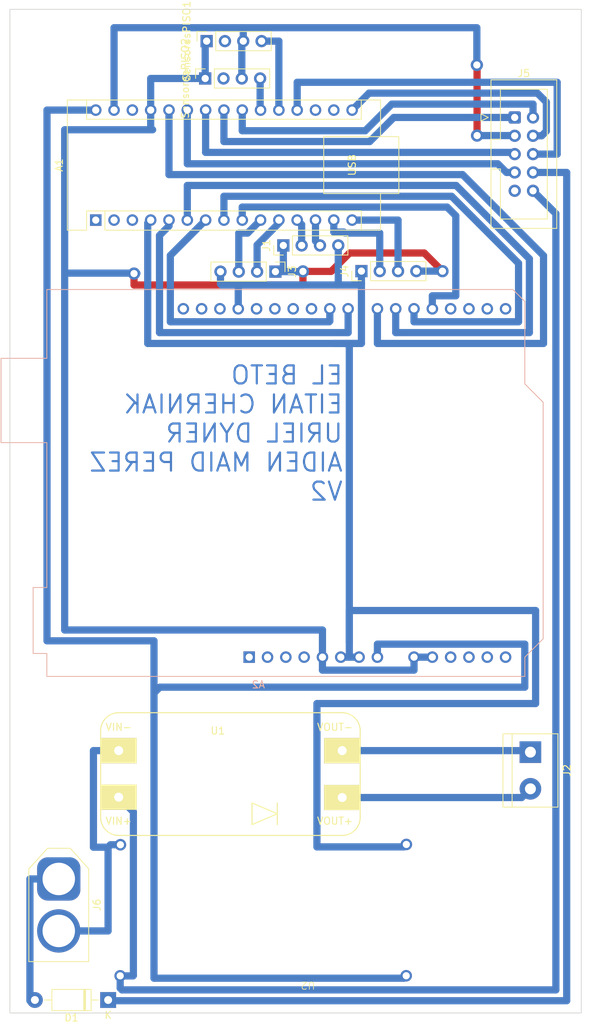
<source format=kicad_pcb>
(kicad_pcb (version 20240108) (generator "pcbnew") (generator_version "8.0")
  (layers (0 "F.Cu" signal) (31 "B.Cu" signal) (34 "B.Paste" user) (35 "F.Paste" user) (36 "B.SilkS" user "B.Silkscreen") (37 "F.SilkS" user "F.Silkscreen") (38 "B.Mask" user) (39 "F.Mask" user) (44 "Edge.Cuts" user))
  (net 0 "")
  (net 1 "AIN2 MONSTER SHIELD")
  (net 3 "ECHO 1")
  (net 4 "SENSOR DE PISO 1")
  (net 6 "ECHO 3")
  (net 10 "ECHO 2")
  (net 11 "GND")
  (net 12 "TRIG 2")
  (net 13 "VIN")
  (net 14 "AIN1 MONSTER SHIELD")
  (net 15 "SENSOR DE PISO 2")
  (net 16 "TRIG 3")
  (net 17 "BIN 2 MONSTER SHIELD")
  (net 18 "TRIG 1")
  (net 19 "BIN 1 MONSTER SHIELD")
  (net 20 "+5V")
  (net 21 "PWM A MONSTER SHIELD")
  (net 22 "PWM B MONSTER SHIELD")
  (net 23 "Earth")
  (net 24 "LED3")
  (net 28 "LED1")
  (net 35 "BTN2")
  (net 36 "LED2")
  (net 39 "BTN1")
  (net 44 "LED4")
  (net 47 "Net-(D1-A)")
  (net 54 "SALIDA V BOTONES")
  (net 55 "Entroda V Botones")
  (net 56 "Net-(J2-Pin_1)")
  (net 57 "Net-(J2-Pin_2)")
  (footprint "Connector_PinHeader_2.54mm:PinHeader_1x04_P2.54mm_Vertical" (layer "F.Cu") (at 162.57 56.55 90)
    (property "Reference" "J4" (at 0 -2.33 -90) (layer "F.SilkS"))
    (property "Value" "Ultrasonico 3")
    (fp_line (start -1.33 -1.33) (end 0 -1.33) (stroke (width 0.12)) (layer "F.SilkS"))
    (fp_line (start -1.33 0) (end -1.33 -1.33) (stroke (width 0.12)) (layer "F.SilkS"))
    (fp_line (start 1.33 1.27) (end 1.33 8.95) (stroke (width 0.12)) (layer "F.SilkS"))
    (fp_line (start -1.33 1.27) (end 1.33 1.27) (stroke (width 0.12)) (layer "F.SilkS"))
    (fp_line (start -1.33 1.27) (end -1.33 8.95) (stroke (width 0.12)) (layer "F.SilkS"))
    (fp_line (start -1.33 8.95) (end 1.33 8.95) (stroke (width 0.12)) (layer "F.SilkS"))
    (pad "1" thru_hole rect (at 0 0 90) (size 1.7 1.7) (drill 1) (layers "*.Cu" "*.Mask") (net 11 "GND"))
    (pad "2" thru_hole oval (at 0 2.54 90) (size 1.7 1.7) (drill 1) (layers "*.Cu" "*.Mask") (net 6 "ECHO 3"))
    (pad "3" thru_hole oval (at 0 5.08 90) (size 1.7 1.7) (drill 1) (layers "*.Cu" "*.Mask") (net 16 "TRIG 3"))
    (pad "4" thru_hole oval (at 0 7.62 90) (size 1.7 1.7) (drill 1) (layers "*.Cu" "*.Mask") (net 20 "+5V"))
  )
  (footprint "Connector_AMASS:AMASS_XT60-M_1x02_P7.20mm_Vertical" (layer "F.Cu") (at 120.59 140.76 -90)
    (property "Reference" "J6" (at 3.6 -5.3 90) (layer "F.SilkS"))
    (property "Value" "Screw_Terminal_01x02")
    (fp_line (start -1.4 4.15) (end 11.45 4.15) (stroke (width 0.12)) (layer "F.SilkS"))
    (fp_line (start 11.45 4.15) (end 11.45 -4.15) (stroke (width 0.12)) (layer "F.SilkS"))
    (fp_line (start -4.25 1.55) (end -1.4 4.15) (stroke (width 0.12)) (layer "F.SilkS"))
    (fp_line (start -4.25 -1.6) (end -4.25 1.55) (stroke (width 0.12)) (layer "F.SilkS"))
    (fp_line (start -1.4 -4.15) (end -4.25 -1.6) (stroke (width 0.12)) (layer "F.SilkS"))
    (fp_line (start 11.45 -4.15) (end -1.4 -4.15) (stroke (width 0.12)) (layer "F.SilkS"))
    (pad "1" thru_hole roundrect (at 0 0 270) (size 6 6) (drill 4.5) (layers "*.Cu" "*.Mask") (net 47 "Net-(D1-A)"))
    (pad "2" thru_hole circle (at 7.2 0 270) (size 6 6) (drill 4.5) (layers "*.Cu" "*.Mask") (net 23 "Earth"))
  )
  (footprint "" (layer "F.Cu") (at 154.46 56.59)
    (property "Reference" "" (at 0 0 0) (layer "F.SilkS") (effects (font (size 1.27 1.27))))
    (property "Value" "")
    (pad "2" thru_hole oval (at 0 0 270) (size 1.7 1.7) (drill 1) (layers "*.Cu" "*.Mask") (net 20 "+5V"))
  )
  (footprint "" (layer "F.Cu") (at 178.58 27.99)
    (property "Reference" "" (at 0 0 0) (layer "F.SilkS") (effects (font (size 1.27 1.27))))
    (property "Value" "")
    (pad "2" thru_hole oval (at 0 0 270) (size 1.7 1.7) (drill 1) (layers "*.Cu" "*.Mask") (net 11 "GND"))
  )
  (footprint "Diode_THT:D_DO-41_SOD81_P10.16mm_Horizontal" (layer "F.Cu") (at 127.44 157.53 180)
    (property "Reference" "D1" (at 5.08 -2.47 180) (layer "F.SilkS"))
    (property "Value" "1N4007")
    (fp_line (start 8.82 0) (end 7.8 0) (stroke (width 0.12)) (layer "F.SilkS"))
    (fp_line (start 7.8 1.47) (end 7.8 -1.47) (stroke (width 0.12)) (layer "F.SilkS"))
    (fp_line (start 7.8 -1.47) (end 2.36 -1.47) (stroke (width 0.12)) (layer "F.SilkS"))
    (fp_line (start 3.38 -1.47) (end 3.38 1.47) (stroke (width 0.12)) (layer "F.SilkS"))
    (fp_line (start 3.26 -1.47) (end 3.26 1.47) (stroke (width 0.12)) (layer "F.SilkS"))
    (fp_line (start 3.14 -1.47) (end 3.14 1.47) (stroke (width 0.12)) (layer "F.SilkS"))
    (fp_line (start 2.36 1.47) (end 7.8 1.47) (stroke (width 0.12)) (layer "F.SilkS"))
    (fp_line (start 2.36 -1.47) (end 2.36 1.47) (stroke (width 0.12)) (layer "F.SilkS"))
    (fp_line (start 1.34 0) (end 2.36 0) (stroke (width 0.12)) (layer "F.SilkS"))
    (fp_text user "K" (at 0 -2.1 180) (layer "F.SilkS"))
    (pad "1" thru_hole rect (at 0 0 180) (size 2.2 2.2) (drill 1.1) (layers "*.Cu" "*.Mask") (net 54 "SALIDA V BOTONES"))
    (pad "2" thru_hole oval (at 10.16 0 180) (size 2.2 2.2) (drill 1.1) (layers "*.Cu" "*.Mask") (net 47 "Net-(D1-A)"))
  )
  (footprint "Connector_IDC:IDC-Header_2x05_P2.54mm_Vertical" (layer "F.Cu") (at 183.83 35.26)
    (property "Reference" "J5" (at 1.27 -6.1 0) (layer "F.SilkS"))
    (property "Value" "Conn_02x05_Counter_Clockwise")
    (fp_line (start -4.68 -0.5) (end -4.68 0.5) (stroke (width 0.12)) (layer "F.SilkS"))
    (fp_line (start -4.68 0.5) (end -3.68 0) (stroke (width 0.12)) (layer "F.SilkS"))
    (fp_line (start -3.68 0) (end -4.68 -0.5) (stroke (width 0.12)) (layer "F.SilkS"))
    (fp_line (start -3.29 -5.21) (end 5.83 -5.21) (stroke (width 0.12)) (layer "F.SilkS"))
    (fp_line (start -3.29 3.03) (end -1.98 3.03) (stroke (width 0.12)) (layer "F.SilkS"))
    (fp_line (start -3.29 15.37) (end -3.29 -5.21) (stroke (width 0.12)) (layer "F.SilkS"))
    (fp_line (start -1.98 -3.91) (end 4.52 -3.91) (stroke (width 0.12)) (layer "F.SilkS"))
    (fp_line (start -1.98 3.03) (end -1.98 -3.91) (stroke (width 0.12)) (layer "F.SilkS"))
    (fp_line (start -1.98 7.13) (end -3.29 7.13) (stroke (width 0.12)) (layer "F.SilkS"))
    (fp_line (start -1.98 7.13) (end -1.98 7.13) (stroke (width 0.12)) (layer "F.SilkS"))
    (fp_line (start -1.98 14.07) (end -1.98 7.13) (stroke (width 0.12)) (layer "F.SilkS"))
    (fp_line (start 4.52 -3.91) (end 4.52 14.07) (stroke (width 0.12)) (layer "F.SilkS"))
    (fp_line (start 4.52 14.07) (end -1.98 14.07) (stroke (width 0.12)) (layer "F.SilkS"))
    (fp_line (start 5.83 -5.21) (end 5.83 15.37) (stroke (width 0.12)) (layer "F.SilkS"))
    (fp_line (start 5.83 15.37) (end -3.29 15.37) (stroke (width 0.12)) (layer "F.SilkS"))
    (pad "1" thru_hole roundrect (at 0 0) (size 1.7 1.7) (drill 1) (layers "*.Cu" "*.Mask") (roundrect_rratio 0.147059) (net 28 "LED1"))
    (pad "2" thru_hole circle (at 2.54 0) (size 1.7 1.7) (drill 1) (layers "*.Cu" "*.Mask") (net 36 "LED2"))
    (pad "3" thru_hole circle (at 0 2.54) (size 1.7 1.7) (drill 1) (layers "*.Cu" "*.Mask") (net 11 "GND"))
    (pad "4" thru_hole circle (at 2.54 2.54) (size 1.7 1.7) (drill 1) (layers "*.Cu" "*.Mask") (net 24 "LED3"))
    (pad "5" thru_hole circle (at 0 5.08) (size 1.7 1.7) (drill 1) (layers "*.Cu" "*.Mask") (net 35 "BTN2"))
    (pad "6" thru_hole circle (at 2.54 5.08) (size 1.7 1.7) (drill 1) (layers "*.Cu" "*.Mask") (net 44 "LED4"))
    (pad "7" thru_hole circle (at 0 7.62) (size 1.7 1.7) (drill 1) (layers "*.Cu" "*.Mask") (net 39 "BTN1"))
    (pad "8" thru_hole circle (at 2.54 7.62) (size 1.7 1.7) (drill 1) (layers "*.Cu" "*.Mask") (net 54 "SALIDA V BOTONES"))
    (pad "9" thru_hole circle (at 0 10.16) (size 1.7 1.7) (drill 1) (layers "*.Cu" "*.Mask"))
    (pad "10" thru_hole circle (at 2.54 10.16) (size 1.7 1.7) (drill 1) (layers "*.Cu" "*.Mask") (net 55 "Entroda V Botones"))
  )
  (footprint "" (layer "F.Cu") (at 178.61 37.77 90)
    (property "Reference" "" (at 0 0 90) (layer "F.SilkS") (effects (font (size 1.27 1.27))))
    (property "Value" "")
    (pad "2" thru_hole oval (at 0 0) (size 1.7 1.7) (drill 1) (layers "*.Cu" "*.Mask") (net 11 "GND"))
  )
  (footprint "Connector_PinSocket_2.54mm:PinSocket_1x04_P2.54mm_Vertical" (layer "F.Cu") (at 141.1 24.685 90)
    (property "Reference" "SensoresPISO1" (at 0 -2.77 -90) (layer "F.SilkS"))
    (property "Value" "Conn_01x04")
    (fp_line (start 1.33 -1.33) (end 1.33 0) (stroke (width 0.12)) (layer "F.SilkS"))
    (fp_line (start 0 -1.33) (end 1.33 -1.33) (stroke (width 0.12)) (layer "F.SilkS"))
    (fp_line (start 1.33 1.27) (end 1.33 8.95) (stroke (width 0.12)) (layer "F.SilkS"))
    (fp_line (start -1.33 1.27) (end 1.33 1.27) (stroke (width 0.12)) (layer "F.SilkS"))
    (fp_line (start -1.33 1.27) (end -1.33 8.95) (stroke (width 0.12)) (layer "F.SilkS"))
    (fp_line (start -1.33 8.95) (end 1.33 8.95) (stroke (width 0.12)) (layer "F.SilkS"))
    (pad "1" thru_hole rect (at 0 0 90) (size 1.7 1.7) (drill 1) (layers "*.Cu" "*.Mask") (net 20 "+5V"))
    (pad "2" thru_hole oval (at 0 2.54 90) (size 1.7 1.7) (drill 1) (layers "*.Cu" "*.Mask"))
    (pad "3" thru_hole oval (at 0 5.08 90) (size 1.7 1.7) (drill 1) (layers "*.Cu" "*.Mask") (net 11 "GND"))
    (pad "4" thru_hole oval (at 0 7.62 90) (size 1.7 1.7) (drill 1) (layers "*.Cu" "*.Mask") (net 4 "SENSOR DE PISO 1"))
  )
  (footprint "" (layer "F.Cu") (at 131.03 56.89)
    (property "Reference" "" (at 0 0 0) (layer "F.SilkS") (effects (font (size 1.27 1.27))))
    (property "Value" "")
    (pad "2" thru_hole oval (at 0 0 270) (size 1.7 1.7) (drill 1) (layers "*.Cu" "*.Mask") (net 20 "+5V"))
  )
  (footprint "Module:Arduino_Nano" (layer "F.Cu") (at 125.72 49.48 90)
    (property "Reference" "A1" (at 7.62 -5.08 -90) (layer "F.SilkS"))
    (property "Value" "Arduino_Nano_v3.x")
    (fp_line (start 16.64 -3.94) (end -1.4 -3.94) (stroke (width 0.12)) (layer "F.SilkS"))
    (fp_line (start -1.4 -3.94) (end -1.4 -1.27) (stroke (width 0.12)) (layer "F.SilkS"))
    (fp_line (start 13.97 -1.27) (end 16.64 -1.27) (stroke (width 0.12)) (layer "F.SilkS"))
    (fp_line (start 13.97 -1.27) (end 13.97 36.83) (stroke (width 0.12)) (layer "F.SilkS"))
    (fp_line (start 1.27 -1.27) (end -1.4 -1.27) (stroke (width 0.12)) (layer "F.SilkS"))
    (fp_line (start 1.27 1.27) (end 1.27 -1.27) (stroke (width 0.12)) (layer "F.SilkS"))
    (fp_line (start 1.27 1.27) (end -1.4 1.27) (stroke (width 0.12)) (layer "F.SilkS"))
    (fp_line (start 1.27 1.27) (end 1.27 36.83) (stroke (width 0.12)) (layer "F.SilkS"))
    (fp_line (start -1.4 1.27) (end -1.4 39.5) (stroke (width 0.12)) (layer "F.SilkS"))
    (fp_line (start 11.56 31.62) (end 11.56 42.04) (stroke (width 0.12)) (layer "F.SilkS"))
    (fp_line (start 3.68 31.62) (end 11.56 31.62) (stroke (width 0.12)) (layer "F.SilkS"))
    (fp_line (start 13.97 36.83) (end 16.64 36.83) (stroke (width 0.12)) (layer "F.SilkS"))
    (fp_line (start 1.27 36.83) (end -1.4 36.83) (stroke (width 0.12)) (layer "F.SilkS"))
    (fp_line (start 16.64 39.5) (end 16.64 -3.94) (stroke (width 0.12)) (layer "F.SilkS"))
    (fp_line (start 16.64 39.5) (end 11.56 39.5) (stroke (width 0.12)) (layer "F.SilkS"))
    (fp_line (start -1.4 39.5) (end 3.68 39.5) (stroke (width 0.12)) (layer "F.SilkS"))
    (fp_line (start 11.56 42.04) (end 3.68 42.04) (stroke (width 0.12)) (layer "F.SilkS"))
    (fp_line (start 3.68 42.04) (end 3.68 31.62) (stroke (width 0.12)) (layer "F.SilkS"))
    (fp_text user "USB" (at 7.62 35.56 90) (layer "F.SilkS"))
    (pad "1" thru_hole rect (at 0 0 90) (size 1.6 1.6) (drill 1) (layers "*.Cu" "*.Mask"))
    (pad "2" thru_hole oval (at 0 2.54 90) (size 1.6 1.6) (drill 1) (layers "*.Cu" "*.Mask"))
    (pad "3" thru_hole oval (at 0 5.08 90) (size 1.6 1.6) (drill 1) (layers "*.Cu" "*.Mask"))
    (pad "4" thru_hole oval (at 0 7.62 90) (size 1.6 1.6) (drill 1) (layers "*.Cu" "*.Mask") (net 11 "GND"))
    (pad "5" thru_hole oval (at 0 10.16 90) (size 1.6 1.6) (drill 1) (layers "*.Cu" "*.Mask") (net 1 "AIN2 MONSTER SHIELD"))
    (pad "6" thru_hole oval (at 0 12.7 90) (size 1.6 1.6) (drill 1) (layers "*.Cu" "*.Mask") (net 22 "PWM B MONSTER SHIELD"))
    (pad "7" thru_hole oval (at 0 15.24 90) (size 1.6 1.6) (drill 1) (layers "*.Cu" "*.Mask") (net 17 "BIN 2 MONSTER SHIELD"))
    (pad "8" thru_hole oval (at 0 17.78 90) (size 1.6 1.6) (drill 1) (layers "*.Cu" "*.Mask") (net 21 "PWM A MONSTER SHIELD"))
    (pad "9" thru_hole oval (at 0 20.32 90) (size 1.6 1.6) (drill 1) (layers "*.Cu" "*.Mask") (net 19 "BIN 1 MONSTER SHIELD"))
    (pad "10" thru_hole oval (at 0 22.86 90) (size 1.6 1.6) (drill 1) (layers "*.Cu" "*.Mask") (net 10 "ECHO 2"))
    (pad "11" thru_hole oval (at 0 25.4 90) (size 1.6 1.6) (drill 1) (layers "*.Cu" "*.Mask") (net 12 "TRIG 2"))
    (pad "12" thru_hole oval (at 0 27.94 90) (size 1.6 1.6) (drill 1) (layers "*.Cu" "*.Mask") (net 18 "TRIG 1"))
    (pad "13" thru_hole oval (at 0 30.48 90) (size 1.6 1.6) (drill 1) (layers "*.Cu" "*.Mask") (net 3 "ECHO 1"))
    (pad "14" thru_hole oval (at 0 33.02 90) (size 1.6 1.6) (drill 1) (layers "*.Cu" "*.Mask") (net 6 "ECHO 3"))
    (pad "15" thru_hole oval (at 0 35.56 90) (size 1.6 1.6) (drill 1) (layers "*.Cu" "*.Mask") (net 16 "TRIG 3"))
    (pad "16" thru_hole oval (at 15.24 35.56 90) (size 1.6 1.6) (drill 1) (layers "*.Cu" "*.Mask") (net 24 "LED3"))
    (pad "17" thru_hole oval (at 15.24 33.02 90) (size 1.6 1.6) (drill 1) (layers "*.Cu" "*.Mask"))
    (pad "18" thru_hole oval (at 15.24 30.48 90) (size 1.6 1.6) (drill 1) (layers "*.Cu" "*.Mask"))
    (pad "19" thru_hole oval (at 15.24 27.94 90) (size 1.6 1.6) (drill 1) (layers "*.Cu" "*.Mask") (net 44 "LED4"))
    (pad "20" thru_hole oval (at 15.24 25.4 90) (size 1.6 1.6) (drill 1) (layers "*.Cu" "*.Mask") (net 4 "SENSOR DE PISO 1"))
    (pad "21" thru_hole oval (at 15.24 22.86 90) (size 1.6 1.6) (drill 1) (layers "*.Cu" "*.Mask") (net 15 "SENSOR DE PISO 2"))
    (pad "22" thru_hole oval (at 15.24 20.32 90) (size 1.6 1.6) (drill 1) (layers "*.Cu" "*.Mask") (net 36 "LED2"))
    (pad "23" thru_hole oval (at 15.24 17.78 90) (size 1.6 1.6) (drill 1) (layers "*.Cu" "*.Mask") (net 28 "LED1"))
    (pad "24" thru_hole oval (at 15.24 15.24 90) (size 1.6 1.6) (drill 1) (layers "*.Cu" "*.Mask") (net 35 "BTN2"))
    (pad "25" thru_hole oval (at 15.24 12.7 90) (size 1.6 1.6) (drill 1) (layers "*.Cu" "*.Mask") (net 39 "BTN1"))
    (pad "26" thru_hole oval (at 15.24 10.16 90) (size 1.6 1.6) (drill 1) (layers "*.Cu" "*.Mask") (net 14 "AIN1 MONSTER SHIELD"))
    (pad "27" thru_hole oval (at 15.24 7.62 90) (size 1.6 1.6) (drill 1) (layers "*.Cu" "*.Mask") (net 20 "+5V"))
    (pad "28" thru_hole oval (at 15.24 5.08 90) (size 1.6 1.6) (drill 1) (layers "*.Cu" "*.Mask"))
    (pad "29" thru_hole oval (at 15.24 2.54 90) (size 1.6 1.6) (drill 1) (layers "*.Cu" "*.Mask") (net 11 "GND"))
    (pad "30" thru_hole oval (at 15.24 0 90) (size 1.6 1.6) (drill 1) (layers "*.Cu" "*.Mask") (net 13 "VIN"))
  )
  (footprint "Connector_PinHeader_2.54mm:PinHeader_1x04_P2.54mm_Vertical" (layer "F.Cu") (at 151.74 52.99 90)
    (property "Reference" "J1" (at 0 -2.33 -90) (layer "F.SilkS"))
    (property "Value" "Ultrasonico 1")
    (fp_line (start -1.33 -1.33) (end 0 -1.33) (stroke (width 0.12)) (layer "F.SilkS"))
    (fp_line (start -1.33 0) (end -1.33 -1.33) (stroke (width 0.12)) (layer "F.SilkS"))
    (fp_line (start 1.33 1.27) (end 1.33 8.95) (stroke (width 0.12)) (layer "F.SilkS"))
    (fp_line (start -1.33 1.27) (end 1.33 1.27) (stroke (width 0.12)) (layer "F.SilkS"))
    (fp_line (start -1.33 1.27) (end -1.33 8.95) (stroke (width 0.12)) (layer "F.SilkS"))
    (fp_line (start -1.33 8.95) (end 1.33 8.95) (stroke (width 0.12)) (layer "F.SilkS"))
    (pad "1" thru_hole rect (at 0 0 90) (size 1.7 1.7) (drill 1) (layers "*.Cu" "*.Mask") (net 20 "+5V"))
    (pad "2" thru_hole oval (at 0 2.54 90) (size 1.7 1.7) (drill 1) (layers "*.Cu" "*.Mask") (net 18 "TRIG 1"))
    (pad "3" thru_hole oval (at 0 5.08 90) (size 1.7 1.7) (drill 1) (layers "*.Cu" "*.Mask") (net 3 "ECHO 1"))
    (pad "4" thru_hole oval (at 0 7.62 90) (size 1.7 1.7) (drill 1) (layers "*.Cu" "*.Mask") (net 11 "GND"))
  )
  (footprint "Connector_PinHeader_2.54mm:PinHeader_1x04_P2.54mm_Vertical" (layer "F.Cu") (at 150.64 56.62 -90)
    (property "Reference" "J3" (at 0 -2.33 90) (layer "F.SilkS"))
    (property "Value" "Ultrasonico 2")
    (fp_line (start -1.33 8.95) (end 1.33 8.95) (stroke (width 0.12)) (layer "F.SilkS"))
    (fp_line (start -1.33 1.27) (end -1.33 8.95) (stroke (width 0.12)) (layer "F.SilkS"))
    (fp_line (start -1.33 1.27) (end 1.33 1.27) (stroke (width 0.12)) (layer "F.SilkS"))
    (fp_line (start 1.33 1.27) (end 1.33 8.95) (stroke (width 0.12)) (layer "F.SilkS"))
    (fp_line (start -1.33 0) (end -1.33 -1.33) (stroke (width 0.12)) (layer "F.SilkS"))
    (fp_line (start -1.33 -1.33) (end 0 -1.33) (stroke (width 0.12)) (layer "F.SilkS"))
    (pad "1" thru_hole rect (at 0 0 270) (size 1.7 1.7) (drill 1) (layers "*.Cu" "*.Mask") (net 20 "+5V"))
    (pad "2" thru_hole oval (at 0 2.54 270) (size 1.7 1.7) (drill 1) (layers "*.Cu" "*.Mask") (net 12 "TRIG 2"))
    (pad "3" thru_hole oval (at 0 5.08 270) (size 1.7 1.7) (drill 1) (layers "*.Cu" "*.Mask") (net 10 "ECHO 2"))
    (pad "4" thru_hole oval (at 0 7.62 270) (size 1.7 1.7) (drill 1) (layers "*.Cu" "*.Mask") (net 11 "GND"))
  )
  (footprint "TerminalBlock:TerminalBlock_bornier-2_P5.08mm" (layer "F.Cu") (at 186.01 123.19 -90)
    (property "Reference" "J2" (at 2.54 -5.08 90) (layer "F.SilkS"))
    (property "Value" "Screw_Terminal_01x02")
    (fp_line (start -2.54 3.81) (end 7.62 3.81) (stroke (width 0.12)) (layer "F.SilkS"))
    (fp_line (start 7.62 3.81) (end 7.62 -3.81) (stroke (width 0.12)) (layer "F.SilkS"))
    (fp_line (start 7.62 2.54) (end -2.54 2.54) (stroke (width 0.12)) (layer "F.SilkS"))
    (fp_line (start -2.54 -3.81) (end -2.54 3.81) (stroke (width 0.12)) (layer "F.SilkS"))
    (fp_line (start 7.62 -3.81) (end -2.54 -3.81) (stroke (width 0.12)) (layer "F.SilkS"))
    (pad "1" thru_hole rect (at 0 0 270) (size 3 3) (drill 1.52) (layers "*.Cu" "*.Mask") (net 56 "Net-(J2-Pin_1)"))
    (pad "2" thru_hole circle (at 5.08 0 270) (size 3 3) (drill 1.52) (layers "*.Cu" "*.Mask") (net 57 "Net-(J2-Pin_2)"))
  )
  (footprint "" (layer "F.Cu") (at 173.81 56.56)
    (property "Reference" "" (at 0 0 0) (layer "F.SilkS") (effects (font (size 1.27 1.27))))
    (property "Value" "")
    (pad "2" thru_hole oval (at 0 0 270) (size 1.7 1.7) (drill 1) (layers "*.Cu" "*.Mask") (net 20 "+5V"))
  )
  (footprint "Connector_PinSocket_2.54mm:PinSocket_1x04_P2.54mm_Vertical" (layer "F.Cu") (at 140.9 29.86 90)
    (property "Reference" "SensoresPISO2" (at 0 -2.77 -90) (layer "F.SilkS"))
    (property "Value" "Conn_01x04")
    (fp_line (start 1.33 -1.33) (end 1.33 0) (stroke (width 0.12)) (layer "F.SilkS"))
    (fp_line (start 0 -1.33) (end 1.33 -1.33) (stroke (width 0.12)) (layer "F.SilkS"))
    (fp_line (start 1.33 1.27) (end 1.33 8.95) (stroke (width 0.12)) (layer "F.SilkS"))
    (fp_line (start -1.33 1.27) (end 1.33 1.27) (stroke (width 0.12)) (layer "F.SilkS"))
    (fp_line (start -1.33 1.27) (end -1.33 8.95) (stroke (width 0.12)) (layer "F.SilkS"))
    (fp_line (start -1.33 8.95) (end 1.33 8.95) (stroke (width 0.12)) (layer "F.SilkS"))
    (pad "1" thru_hole rect (at 0 0 90) (size 1.7 1.7) (drill 1) (layers "*.Cu" "*.Mask") (net 20 "+5V"))
    (pad "2" thru_hole oval (at 0 2.54 90) (size 1.7 1.7) (drill 1) (layers "*.Cu" "*.Mask"))
    (pad "3" thru_hole oval (at 0 5.08 90) (size 1.7 1.7) (drill 1) (layers "*.Cu" "*.Mask") (net 11 "GND"))
    (pad "4" thru_hole oval (at 0 7.62 90) (size 1.7 1.7) (drill 1) (layers "*.Cu" "*.Mask") (net 15 "SENSOR DE PISO 2"))
  )
  (footprint "Step Down:Step Down" (layer "F.Cu") (at 155.16 155 180)
    (property "Reference" "U2" (at 0 -0.5 180) (layer "F.SilkS") (effects (font (thickness 0.1))))
    (property "Value" "~")
    (pad "VIN+" thru_hole circle (at 26.05 0.82 180) (size 1.6 1.6) (drill 1) (layers "*.Cu" "*.Mask") (net 55 "Entroda V Botones"))
    (pad "VIN-" thru_hole circle (at 26.02 18.98 180) (size 1.6 1.6) (drill 1) (layers "*.Cu" "*.Mask") (net 23 "Earth"))
    (pad "VOUT+" thru_hole circle (at -13.62 0.83 180) (size 1.6 1.6) (drill 1) (layers "*.Cu" "*.Mask") (net 13 "VIN"))
    (pad "VOUT-" thru_hole circle (at -13.64 19.02 180) (size 1.6 1.6) (drill 1) (layers "*.Cu" "*.Mask") (net 11 "GND"))
  )
  (footprint "misc_footprints:MT3608_module" (layer "F.Cu") (at 142.9 126.23 180)
    (property "Reference" "U1" (at 0.25 6 180) (layer "F.SilkS"))
    (property "Value" "~")
    (fp_line (start 16.5 6) (end 16.5 -6) (stroke (width 0.15)) (layer "F.SilkS"))
    (fp_line (start 14 -8.5) (end -17 -8.5) (stroke (width 0.15)) (layer "F.SilkS"))
    (fp_line (start -4.5 -4) (end -8 -5.5) (stroke (width 0.15)) (layer "F.SilkS"))
    (fp_line (start -4.5 -7) (end -4.5 -4) (stroke (width 0.15)) (layer "F.SilkS"))
    (fp_line (start -8 -5.5) (end -4.5 -7) (stroke (width 0.15)) (layer "F.SilkS"))
    (fp_line (start -8 -7) (end -8 -4) (stroke (width 0.15)) (layer "F.SilkS"))
    (fp_line (start -17 8.5) (end 14 8.5) (stroke (width 0.15)) (layer "F.SilkS"))
    (fp_line (start -19.5 -6) (end -19.5 6) (stroke (width 0.15)) (layer "F.SilkS"))
    (fp_arc (start 16.5 6) (mid 15.767767 7.767767) (end 14 8.5) (stroke (width 0.15)) (layer "F.SilkS"))
    (fp_arc (start 14 -8.5) (mid 15.767767 -7.767767) (end 16.5 -6) (stroke (width 0.15)) (layer "F.SilkS"))
    (fp_arc (start -17 8.5) (mid -18.767767 7.767767) (end -19.5 6) (stroke (width 0.15)) (layer "F.SilkS"))
    (fp_arc (start -19.5 -6) (mid -18.767767 -7.767767) (end -17 -8.5) (stroke (width 0.15)) (layer "F.SilkS"))
    (fp_text user "VOUT+" (at -16 -6.5 180) (layer "F.SilkS"))
    (fp_text user "VIN-" (at 14 6.5 180) (layer "F.SilkS"))
    (fp_text user "VIN+" (at 14 -6.5 180) (layer "F.SilkS"))
    (fp_text user "VOUT-" (at -16 6.5 180) (layer "F.SilkS"))
    (pad "VIN+" thru_hole rect (at 14 -3.2) (size 5 3.5) (drill 1.25) (layers "*.Cu" "*.Mask" "F.SilkS") (net 55 "Entroda V Botones"))
    (pad "VIN-" thru_hole rect (at 14 3.25) (size 5 3.5) (drill 1.25) (layers "*.Cu" "*.Mask" "F.SilkS") (net 23 "Earth"))
    (pad "VOUT+" thru_hole rect (at -17 -3.25) (size 5 3.5) (drill 1.25) (layers "*.Cu" "*.Mask" "F.SilkS") (net 57 "Net-(J2-Pin_2)"))
    (pad "VOUT-" thru_hole rect (at -17 3.25) (size 5 3.5) (drill 1.25) (layers "*.Cu" "*.Mask" "F.SilkS") (net 56 "Net-(J2-Pin_1)"))
  )
  (footprint "Module:Arduino_UNO_R3" (layer "B.Cu") (at 147.005 110.03)
    (property "Reference" "A2" (at 1.27 3.81 0) (layer "B.SilkS") (effects (justify mirror)))
    (property "Value" "MONSTER SHIELD")
    (fp_line (start -34.42 -41.4) (end -34.42 -29.72) (stroke (width 0.12)) (layer "B.SilkS"))
    (fp_line (start -34.42 -29.72) (end -28.07 -29.72) (stroke (width 0.12)) (layer "B.SilkS"))
    (fp_line (start -29.97 -9.65) (end -29.97 -0.51) (stroke (width 0.12)) (layer "B.SilkS"))
    (fp_line (start -29.97 -0.51) (end -28.07 -0.51) (stroke (width 0.12)) (layer "B.SilkS"))
    (fp_line (start -28.07 -50.93) (end -28.07 -41.4) (stroke (width 0.12)) (layer "B.SilkS"))
    (fp_line (start -28.07 -41.4) (end -34.42 -41.4) (stroke (width 0.12)) (layer "B.SilkS"))
    (fp_line (start -28.07 -29.72) (end -28.07 -9.65) (stroke (width 0.12)) (layer "B.SilkS"))
    (fp_line (start -28.07 -9.65) (end -29.97 -9.65) (stroke (width 0.12)) (layer "B.SilkS"))
    (fp_line (start -28.07 -0.51) (end -28.07 2.67) (stroke (width 0.12)) (layer "B.SilkS"))
    (fp_line (start -28.07 2.67) (end 38.23 2.67) (stroke (width 0.12)) (layer "B.SilkS"))
    (fp_line (start 36.58 -50.93) (end -28.07 -50.93) (stroke (width 0.12)) (layer "B.SilkS"))
    (fp_line (start 38.23 -49.28) (end 36.58 -50.93) (stroke (width 0.12)) (layer "B.SilkS"))
    (fp_line (start 38.23 -37.85) (end 38.23 -49.28) (stroke (width 0.12)) (layer "B.SilkS"))
    (fp_line (start 38.23 0) (end 40.77 -2.54) (stroke (width 0.12)) (layer "B.SilkS"))
    (fp_line (start 38.23 2.67) (end 38.23 0) (stroke (width 0.12)) (layer "B.SilkS"))
    (fp_line (start 40.77 -35.31) (end 38.23 -37.85) (stroke (width 0.12)) (layer "B.SilkS"))
    (fp_line (start 40.77 -2.54) (end 40.77 -35.31) (stroke (width 0.12)) (layer "B.SilkS"))
    (pad "1" thru_hole rect (at 0 0 270) (size 1.6 1.6) (drill 1) (layers "*.Cu" "*.Mask"))
    (pad "2" thru_hole oval (at 2.54 0 270) (size 1.6 1.6) (drill 1) (layers "*.Cu" "*.Mask"))
    (pad "3" thru_hole oval (at 5.08 0 270) (size 1.6 1.6) (drill 1) (layers "*.Cu" "*.Mask"))
    (pad "4" thru_hole oval (at 7.62 0 270) (size 1.6 1.6) (drill 1) (layers "*.Cu" "*.Mask"))
    (pad "5" thru_hole oval (at 10.16 0 270) (size 1.6 1.6) (drill 1) (layers "*.Cu" "*.Mask") (net 20 "+5V"))
    (pad "6" thru_hole oval (at 12.7 0 270) (size 1.6 1.6) (drill 1) (layers "*.Cu" "*.Mask") (net 11 "GND"))
    (pad "7" thru_hole oval (at 15.24 0 270) (size 1.6 1.6) (drill 1) (layers "*.Cu" "*.Mask") (net 11 "GND"))
    (pad "8" thru_hole oval (at 17.78 0 270) (size 1.6 1.6) (drill 1) (layers "*.Cu" "*.Mask") (net 13 "VIN"))
    (pad "9" thru_hole oval (at 22.86 0 270) (size 1.6 1.6) (drill 1) (layers "*.Cu" "*.Mask") (net 20 "+5V"))
    (pad "10" thru_hole oval (at 25.4 0 270) (size 1.6 1.6) (drill 1) (layers "*.Cu" "*.Mask") (net 20 "+5V"))
    (pad "11" thru_hole oval (at 27.94 0 270) (size 1.6 1.6) (drill 1) (layers "*.Cu" "*.Mask"))
    (pad "12" thru_hole oval (at 30.48 0 270) (size 1.6 1.6) (drill 1) (layers "*.Cu" "*.Mask"))
    (pad "13" thru_hole oval (at 33.02 0 270) (size 1.6 1.6) (drill 1) (layers "*.Cu" "*.Mask"))
    (pad "14" thru_hole oval (at 35.56 0 270) (size 1.6 1.6) (drill 1) (layers "*.Cu" "*.Mask"))
    (pad "15" thru_hole oval (at 35.56 -48.26 270) (size 1.6 1.6) (drill 1) (layers "*.Cu" "*.Mask"))
    (pad "16" thru_hole oval (at 33.02 -48.26 270) (size 1.6 1.6) (drill 1) (layers "*.Cu" "*.Mask"))
    (pad "17" thru_hole oval (at 30.48 -48.26 270) (size 1.6 1.6) (drill 1) (layers "*.Cu" "*.Mask"))
    (pad "18" thru_hole oval (at 27.94 -48.26 270) (size 1.6 1.6) (drill 1) (layers "*.Cu" "*.Mask"))
    (pad "19" thru_hole oval (at 25.4 -48.26 270) (size 1.6 1.6) (drill 1) (layers "*.Cu" "*.Mask") (net 19 "BIN 1 MONSTER SHIELD"))
    (pad "20" thru_hole oval (at 22.86 -48.26 270) (size 1.6 1.6) (drill 1) (layers "*.Cu" "*.Mask") (net 21 "PWM A MONSTER SHIELD"))
    (pad "21" thru_hole oval (at 20.32 -48.26 270) (size 1.6 1.6) (drill 1) (layers "*.Cu" "*.Mask") (net 22 "PWM B MONSTER SHIELD"))
    (pad "22" thru_hole oval (at 17.78 -48.26 270) (size 1.6 1.6) (drill 1) (layers "*.Cu" "*.Mask") (net 14 "AIN1 MONSTER SHIELD"))
    (pad "23" thru_hole oval (at 13.72 -48.26 270) (size 1.6 1.6) (drill 1) (layers "*.Cu" "*.Mask") (net 1 "AIN2 MONSTER SHIELD"))
    (pad "24" thru_hole oval (at 11.18 -48.26 270) (size 1.6 1.6) (drill 1) (layers "*.Cu" "*.Mask") (net 17 "BIN 2 MONSTER SHIELD"))
    (pad "25" thru_hole oval (at 8.64 -48.26 270) (size 1.6 1.6) (drill 1) (layers "*.Cu" "*.Mask"))
    (pad "26" thru_hole oval (at 6.1 -48.26 270) (size 1.6 1.6) (drill 1) (layers "*.Cu" "*.Mask"))
    (pad "27" thru_hole oval (at 3.56 -48.26 270) (size 1.6 1.6) (drill 1) (layers "*.Cu" "*.Mask"))
    (pad "28" thru_hole oval (at 1.02 -48.26 270) (size 1.6 1.6) (drill 1) (layers "*.Cu" "*.Mask"))
    (pad "29" thru_hole oval (at -1.52 -48.26 270) (size 1.6 1.6) (drill 1) (layers "*.Cu" "*.Mask") (net 11 "GND"))
    (pad "30" thru_hole oval (at -4.06 -48.26 270) (size 1.6 1.6) (drill 1) (layers "*.Cu" "*.Mask"))
    (pad "31" thru_hole oval (at -6.6 -48.26 270) (size 1.6 1.6) (drill 1) (layers "*.Cu" "*.Mask"))
    (pad "32" thru_hole oval (at -9.14 -48.26 270) (size 1.6 1.6) (drill 1) (layers "*.Cu" "*.Mask"))
  )
  (gr_rect (start 113.815 20.28) (end 193.065 159.33) (stroke (width 0.1)) (fill none) (layer "Edge.Cuts"))
  (gr_text "EL BETO \nEITAN CHERNIAK\nURIEL DYNER \nAIDEN MAID PEREZ\nV2" (at 160.16 88.53 0) (layer "B.Cu") (effects (font (size 2.5 2.5) (thickness 0.3) (bold yes)) (justify left bottom mirror)))
  (segment (start 160.725 61.77) (end 160.725 65.07) (width 1) (layer "B.Cu") (net 1))
  (segment (start 160.725 65.07) (end 134.565 65.07) (width 1) (layer "B.Cu") (net 1))
  (segment (start 135.88 50.29) (end 135.88 49.48) (width 1) (layer "B.Cu") (net 1))
  (segment (start 134.565 51.605) (end 135.88 50.29) (width 1) (layer "B.Cu") (net 1))
  (segment (start 134.565 65.07) (end 134.565 51.605) (width 1) (layer "B.Cu") (net 1))
  (segment (start 156.2 49.48) (end 156.2 52.37) (width 1) (layer "B.Cu") (net 3))
  (segment (start 156.12 49.56) (end 156.2 49.48) (width 1) (layer "B.Cu") (net 3))
  (segment (start 156.2 52.37) (end 156.82 52.99) (width 1) (layer "B.Cu") (net 3))
  (segment (start 151.12 24.685) (end 151.12 34.24) (width 1) (layer "B.Cu") (net 4))
  (segment (start 148.72 24.685) (end 151.12 24.685) (width 1) (layer "B.Cu") (net 4))
  (segment (start 151.17 34.19) (end 151.12 34.24) (width 1) (layer "B.Cu") (net 4))
  (segment (start 158.74 51.14) (end 160.126296 51.14) (width 1) (layer "B.Cu") (net 6))
  (segment (start 160.266296 51.28) (end 165.11 51.28) (width 1) (layer "B.Cu") (net 6))
  (segment (start 158.74 49.48) (end 158.74 51.14) (width 1) (layer "B.Cu") (net 6))
  (segment (start 165.11 51.28) (end 165.11 56.55) (width 1) (layer "B.Cu") (net 6))
  (segment (start 160.126296 51.14) (end 160.266296 51.28) (width 1) (layer "B.Cu") (net 6))
  (segment (start 146.785585 51.28) (end 148.58 49.485585) (width 1) (layer "B.Cu") (net 10))
  (segment (start 145.56 56.62) (end 145.56 51.28) (width 1) (layer "B.Cu") (net 10))
  (segment (start 145.56 51.28) (end 146.785585 51.28) (width 1) (layer "B.Cu") (net 10))
  (segment (start 148.58 49.485585) (end 148.58 49.48) (width 1) (layer "B.Cu") (net 10))
  (segment (start 178.61 28.02) (end 178.58 27.99) (width 1) (layer "F.Cu") (net 11))
  (segment (start 178.61 37.77) (end 178.61 28.02) (width 1) (layer "F.Cu") (net 11))
  (segment (start 162.57 58.31) (end 162.57 66.57) (width 1) (layer "B.Cu") (net 11))
  (segment (start 159.36 58.37) (end 159.26 58.47) (width 1) (layer "B.Cu") (net 11))
  (segment (start 132.93 66.57) (end 132.93 49.89) (width 1) (layer "B.Cu") (net 11))
  (segment (start 143.17 58.47) (end 145.48 58.47) (width 1) (layer "B.Cu") (net 11))
  (segment (start 183.8 37.77) (end 183.83 37.8) (width 1) (layer "B.Cu") (net 11))
  (segment (start 160.52 66.57) (end 162.245 66.57) (width 1) (layer "B.Cu") (net 11))
  (segment (start 156.4 116.46) (end 186.73 116.46) (width 1) (layer "B.Cu") (net 11))
  (segment (start 178.58 22.83) (end 128.26 22.83) (width 1) (layer "B.Cu") (net 11))
  (segment (start 133.34 49.485585) (end 133.34 49.48) (width 1) (layer "B.Cu") (net 11))
  (segment (start 160.89 110.03) (end 162.245 110.03) (width 1) (layer "B.Cu") (net 11))
  (segment (start 186.73 116.46) (end 186.73 103.57) (width 1) (layer "B.Cu") (net 11))
  (segment (start 145.485 58.475) (end 145.48 58.47) (width 1) (layer "B.Cu") (net 11))
  (segment (start 168.46 136.32) (end 156.4 136.32) (width 1) (layer "B.Cu") (net 11))
  (segment (start 178.61 37.77) (end 183.8 37.77) (width 1) (layer "B.Cu") (net 11))
  (segment (start 145.48 58.47) (end 159.26 58.47) (width 1) (layer "B.Cu") (net 11))
  (segment (start 143.02 58.32) (end 143.17 58.47) (width 1) (layer "B.Cu") (net 11))
  (segment (start 160.89 107.96) (end 160.89 66.94) (width 1) (layer "B.Cu") (net 11))
  (segment (start 132.93 49.89) (end 133.34 49.48) (width 1) (layer "B.Cu") (net 11))
  (segment (start 146.18 24.685) (end 146.18 23.482919) (width 1) (layer "B.Cu") (net 11))
  (segment (start 145.485 61.77) (end 145.485 58.475) (width 1) (layer "B.Cu") (net 11))
  (segment (start 158.77264 66.57) (end 160.52 66.57) (width 1) (layer "B.Cu") (net 11))
  (segment (start 143.02 56.62) (end 143.02 58.32) (width 1) (layer "B.Cu") (net 11))
  (segment (start 159.36 52.99) (end 159.36 58.37) (width 1) (layer "B.Cu") (net 11))
  (segment (start 159.26 58.47) (end 162.41 58.47) (width 1) (layer "B.Cu") (net 11))
  (segment (start 128.26 22.83) (end 128.26 34.24) (width 1) (layer "B.Cu") (net 11))
  (segment (start 159.705 110.03) (end 160.89 110.03) (width 1) (layer "B.Cu") (net 11))
  (segment (start 156.4 136.32) (end 156.4 116.46) (width 1) (layer "B.Cu") (net 11))
  (segment (start 168.8 135.98) (end 168.46 136.32) (width 1) (layer "B.Cu") (net 11))
  (segment (start 178.58 27.99) (end 178.58 22.83) (width 1) (layer "B.Cu") (net 11))
  (segment (start 158.77264 66.57) (end 132.93 66.57) (width 1) (layer "B.Cu") (net 11))
  (segment (start 162.57 58.31) (end 162.57 56.55) (width 1) (layer "B.Cu") (net 11))
  (segment (start 145.98 29.86) (end 145.98 24.885) (width 1) (layer "B.Cu") (net 11))
  (segment (start 186.73 103.57) (end 160.89 103.57) (width 1) (layer "B.Cu") (net 11))
  (segment (start 160.89 66.94) (end 160.52 66.57) (width 1) (layer "B.Cu") (net 11))
  (segment (start 162.57 66.57) (end 158.77264 66.57) (width 1) (layer "B.Cu") (net 11))
  (segment (start 160.89 110.03) (end 160.89 107.96) (width 1) (layer "B.Cu") (net 11))
  (segment (start 160.89 103.57) (end 160.89 107.96) (width 1) (layer "B.Cu") (net 11))
  (segment (start 162.41 58.47) (end 162.57 58.31) (width 1) (layer "B.Cu") (net 11))
  (segment (start 148.1 52.93) (end 148.1 56.62) (width 1) (layer "B.Cu") (net 12))
  (segment (start 151.12 49.48) (end 151.12 49.91) (width 1) (layer "B.Cu") (net 12))
  (segment (start 151.12 49.91) (end 148.1 52.93) (width 1) (layer "B.Cu") (net 12))
  (segment (start 134.61 114.19) (end 133.8 115) (width 1) (layer "B.Cu") (net 13))
  (segment (start 168.44 154.51) (end 133.8 154.51) (width 1) (layer "B.Cu") (net 13))
  (segment (start 168.78 154.17) (end 168.44 154.51) (width 1) (layer "B.Cu") (net 13))
  (segment (start 133.8 153.19) (end 133.8 115) (width 1) (layer "B.Cu") (net 13))
  (segment (start 133.8 154.51) (end 133.8 152.6) (width 1) (layer "B.Cu") (net 13))
  (segment (start 133.8 115) (end 133.8 107.77) (width 1) (layer "B.Cu") (net 13))
  (segment (start 118.96 107.77) (end 118.96 34.24) (width 1) (layer "B.Cu") (net 13))
  (segment (start 118.96 34.24) (end 125.72 34.24) (width 1) (layer "B.Cu") (net 13))
  (segment (start 185.23 114.19) (end 134.61 114.19) (width 1) (layer "B.Cu") (net 13))
  (segment (start 185.23 108.23) (end 185.23 114.19) (width 1) (layer "B.Cu") (net 13))
  (segment (start 133.8 107.77) (end 118.96 107.77) (width 1) (layer "B.Cu") (net 13))
  (segment (start 164.785 108.23) (end 185.23 108.23) (width 1) (layer "B.Cu") (net 13))
  (segment (start 164.785 110.03) (end 164.785 108.23) (width 1) (layer "B.Cu") (net 13))
  (segment (start 164.785 61.77) (end 164.785 66.57) (width 1) (layer "B.Cu") (net 14))
  (segment (start 187.83 54.41) (end 176.6 43.18) (width 1) (layer "B.Cu") (net 14))
  (segment (start 164.785 66.57) (end 187.83 66.57) (width 1) (layer "B.Cu") (net 14))
  (segment (start 135.88 43.18) (end 135.88 34.24) (width 1) (layer "B.Cu") (net 14))
  (segment (start 176.6 43.18) (end 135.88 43.18) (width 1) (layer "B.Cu") (net 14))
  (segment (start 187.83 66.57) (end 187.83 54.41) (width 1) (layer "B.Cu") (net 14))
  (segment (start 148.52 29.86) (end 148.52 34.18) (width 1) (layer "B.Cu") (net 15))
  (segment (start 148.52 34.18) (end 148.58 34.24) (width 1) (layer "B.Cu") (net 15))
  (segment (start 161.28 49.48) (end 167.65 49.48) (width 1) (layer "B.Cu") (net 16))
  (segment (start 167.65 49.48) (end 167.65 56.55) (width 1) (layer "B.Cu") (net 16))
  (segment (start 140.96 49.48) (end 140.96 49.485585) (width 1) (layer "B.Cu") (net 17))
  (segment (start 158.09 63.57) (end 158.185 63.475) (width 1) (layer "B.Cu") (net 17))
  (segment (start 136.065 63.57) (end 158.09 63.57) (width 1) (layer "B.Cu") (net 17))
  (segment (start 140.96 49.485585) (end 136.065 54.380585) (width 1) (layer "B.Cu") (net 17))
  (segment (start 136.065 54.380585) (end 136.065 63.57) (width 1) (layer "B.Cu") (net 17))
  (segment (start 158.185 63.475) (end 158.185 61.77) (width 1) (layer "B.Cu") (net 17))
  (segment (start 154.28 52.99) (end 154.28 50.1) (width 1) (layer "B.Cu") (net 18))
  (segment (start 154.28 50.1) (end 153.66 49.48) (width 1) (layer "B.Cu") (net 18))
  (segment (start 146.04 47.68) (end 174.45736 47.68) (width 1) (layer "B.Cu") (net 19))
  (segment (start 174.45736 47.68) (end 175.66 48.88264) (width 1) (layer "B.Cu") (net 19))
  (segment (start 146.04 49.48) (end 146.04 47.68) (width 1) (layer "B.Cu") (net 19))
  (segment (start 175.66 48.88264) (end 175.66 59.97) (width 1) (layer "B.Cu") (net 19))
  (segment (start 172.405 59.97) (end 172.405 61.77) (width 1) (layer "B.Cu") (net 19))
  (segment (start 175.66 59.97) (end 172.405 59.97) (width 1) (layer "B.Cu") (net 19))
  (segment (start 158.376296 56.59) (end 154.46 56.59) (width 1) (layer "F.Cu") (net 20))
  (segment (start 160.926296 54.04) (end 158.376296 56.59) (width 1) (layer "F.Cu") (net 20))
  (segment (start 171.29 54.04) (end 160.926296 54.04) (width 1) (layer "F.Cu") (net 20))
  (segment (start 173.81 56.56) (end 171.29 54.04) (width 1) (layer "F.Cu") (net 20))
  (segment (start 131.03 58.47) (end 154.46 58.47) (width 1) (layer "F.Cu") (net 20))
  (segment (start 154.46 58.47) (end 154.46 56.59) (width 1) (layer "F.Cu") (net 20))
  (segment (start 131.03 56.89) (end 131.03 58.47) (width 1) (layer "F.Cu") (net 20))
  (segment (start 121.41 106.27) (end 157.165 106.27) (width 1) (layer "B.Cu") (net 20))
  (segment (start 140.9 29.86) (end 140.9 24.885) (width 1) (layer "B.Cu") (net 20))
  (segment (start 151.74 52.99) (end 151.74 56.62) (width 1) (layer "B.Cu") (net 20))
  (segment (start 133.41 36.97) (end 121.41 36.97) (width 1) (layer "B.Cu") (net 20))
  (segment (start 121.57 56.83) (end 131.26 56.83) (width 1) (layer "B.Cu") (net 20))
  (segment (start 169.865 111.83) (end 169.865 110.03) (width 1) (layer "B.Cu") (net 20))
  (segment (start 133.34 29.86) (end 140.9 29.86) (width 1) (layer "B.Cu") (net 20))
  (segment (start 150.64 56.62) (end 154.43 56.62) (width 1) (layer "B.Cu") (net 20))
  (segment (start 121.41 56.67) (end 121.41 106.27) (width 1) (layer "B.Cu") (net 20))
  (segment (start 133.34 34.24) (end 133.34 36.7) (width 1) (layer "B.Cu") (net 20))
  (segment (start 131.26 56.83) (end 131.28 56.85) (width 1) (layer "B.Cu") (net 20))
  (segment (start 154.43 56.62) (end 154.46 56.59) (width 1) (layer "B.Cu") (net 20))
  (segment (start 172.405 110.03) (end 169.865 110.03) (width 1) (layer "B.Cu") (net 20))
  (segment (start 173.8 56.55) (end 173.81 56.56) (width 1) (layer "B.Cu") (net 20))
  (segment (start 121.41 56.67) (end 121.57 56.83) (width 1) (layer "B.Cu") (net 20))
  (segment (start 133.34 36.7) (end 133.61 36.97) (width 1) (layer "B.Cu") (net 20))
  (segment (start 121.41 36.97) (end 121.41 56.67) (width 1) (layer "B.Cu") (net 20))
  (segment (start 133.34 34.24) (end 133.34 29.86) (width 1) (layer "B.Cu") (net 20))
  (segment (start 157.165 110.03) (end 157.165 111.83) (width 1) (layer "B.Cu") (net 20))
  (segment (start 131.28 56.85) (end 131.43 56.85) (width 1) (layer "B.Cu") (net 20))
  (segment (start 157.165 111.83) (end 169.865 111.83) (width 1) (layer "B.Cu") (net 20))
  (segment (start 170.19 56.55) (end 173.8 56.55) (width 1) (layer "B.Cu") (net 20))
  (segment (start 151.74 56.62) (end 150.64 56.62) (width 1) (layer "B.Cu") (net 20))
  (segment (start 157.165 106.27) (end 157.165 110.03) (width 1) (layer "B.Cu") (net 20))
  (segment (start 169.865 61.77) (end 169.865 63.57) (width 1) (layer "B.Cu") (net 21))
  (segment (start 143.5 46.18) (end 143.5 49.48) (width 1) (layer "B.Cu") (net 21))
  (segment (start 184.365 55.46632) (end 175.07868 46.18) (width 1) (layer "B.Cu") (net 21))
  (segment (start 175.07868 46.18) (end 143.5 46.18) (width 1) (layer "B.Cu") (net 21))
  (segment (start 184.365 63.57) (end 184.365 55.46632) (width 1) (layer "B.Cu") (net 21))
  (segment (start 169.865 63.57) (end 184.365 63.57) (width 1) (layer "B.Cu") (net 21))
  (segment (start 185.865 65.07) (end 185.865 54.845) (width 1) (layer "B.Cu") (net 22))
  (segment (start 175.7 44.68) (end 138.42 44.68) (width 1) (layer "B.Cu") (net 22))
  (segment (start 138.42 44.68) (end 138.42 49.48) (width 1) (layer "B.Cu") (net 22))
  (segment (start 185.865 54.845) (end 175.7 44.68) (width 1) (layer "B.Cu") (net 22))
  (segment (start 167.325 65.07) (end 185.865 65.07) (width 1) (layer "B.Cu") (net 22))
  (segment (start 167.325 61.77) (end 167.325 65.07) (width 1) (layer "B.Cu") (net 22))
  (segment (start 125.4 122.98) (end 125.4 136.36) (width 1) (layer "B.Cu") (net 23))
  (segment (start 129.14 136.02) (end 127.77 136.02) (width 1) (layer "B.Cu") (net 23))
  (segment (start 128.9 122.98) (end 125.4 122.98) (width 1) (layer "B.Cu") (net 23))
  (segment (start 127.77 136.02) (end 127.43 136.36) (width 1) (layer "B.Cu") (net 23))
  (segment (start 120.59 147.96) (end 127.43 147.96) (width 1) (layer "B.Cu") (net 23))
  (segment (start 127.43 147.96) (end 127.43 136.36) (width 1) (layer "B.Cu") (net 23))
  (segment (start 125.4 136.36) (end 127.43 136.36) (width 1) (layer "B.Cu") (net 23))
  (segment (start 186.97132 31.89) (end 163.63 31.89) (width 1) (layer "B.Cu") (net 24))
  (segment (start 187.572081 37.8) (end 188.22 37.152081) (width 1) (layer "B.Cu") (net 24))
  (segment (start 163.63 31.89) (end 161.28 34.24) (width 1) (layer "B.Cu") (net 24))
  (segment (start 186.37 37.8) (end 187.572081 37.8) (width 1) (layer "B.Cu") (net 24))
  (segment (start 188.22 33.13868) (end 186.97132 31.89) (width 1) (layer "B.Cu") (net 24))
  (segment (start 188.22 37.152081) (end 188.22 33.13868) (width 1) (layer "B.Cu") (net 24))
  (segment (start 167.06132 35.26) (end 183.83 35.26) (width 1) (layer "B.Cu") (net 28))
  (segment (start 163.72132 38.6) (end 167.06132 35.26) (width 1) (layer "B.Cu") (net 28))
  (segment (start 143.5 34.24) (end 143.5 38.6) (width 1) (layer "B.Cu") (net 28))
  (segment (start 143.5 38.6) (end 163.72132 38.6) (width 1) (layer "B.Cu") (net 28))
  (segment (start 183.59 40.1) (end 183.83 40.34) (width 1) (layer "B.Cu") (net 35))
  (segment (start 140.96 34.24) (end 140.96 40.1) (width 1) (layer "B.Cu") (net 35))
  (segment (start 140.96 40.1) (end 183.59 40.1) (width 1) (layer "B.Cu") (net 35))
  (segment (start 146.04 34.24) (end 146.04 37.1) (width 1) (layer "B.Cu") (net 36))
  (segment (start 146.04 37.1) (end 163.1 37.1) (width 1) (layer "B.Cu") (net 36))
  (segment (start 163.1 37.1) (end 166.79 33.41) (width 1) (layer "B.Cu") (net 36))
  (segment (start 166.79 33.41) (end 186.37 33.41) (width 1) (layer "B.Cu") (net 36))
  (segment (start 186.37 33.41) (end 186.37 35.26) (width 1) (layer "B.Cu") (net 36))
  (segment (start 138.42 34.24) (end 138.42 41.68) (width 1) (layer "B.Cu") (net 39))
  (segment (start 181.49 41.68) (end 182.69 42.88) (width 1) (layer "B.Cu") (net 39))
  (segment (start 182.69 42.88) (end 183.83 42.88) (width 1) (layer "B.Cu") (net 39))
  (segment (start 138.42 41.68) (end 181.49 41.68) (width 1) (layer "B.Cu") (net 39))
  (segment (start 153.66 30.39) (end 153.66 34.24) (width 1) (layer "B.Cu") (net 44))
  (segment (start 189.72 30.39) (end 153.66 30.39) (width 1) (layer "B.Cu") (net 44))
  (segment (start 186.37 40.34) (end 189.72 40.34) (width 1) (layer "B.Cu") (net 44))
  (segment (start 189.72 40.34) (end 189.72 30.39) (width 1) (layer "B.Cu") (net 44))
  (segment (start 120.59 140.76) (end 116.59 140.76) (width 1) (layer "B.Cu") (net 47))
  (segment (start 116.59 140.76) (end 116.59 157.63) (width 1) (layer "B.Cu") (net 47))
  (segment (start 191.04 42.88) (end 186.37 42.88) (width 1) (layer "B.Cu") (net 54))
  (segment (start 191.04 157.63) (end 191.04 42.88) (width 1) (layer "B.Cu") (net 54))
  (segment (start 127.44 157.53) (end 127.54 157.63) (width 1) (layer "B.Cu") (net 54))
  (segment (start 127.54 157.63) (end 191.04 157.63) (width 1) (layer "B.Cu") (net 54))
  (segment (start 130.89 154.19) (end 129.12 154.19) (width 1) (layer "B.Cu") (net 55))
  (segment (start 130.94 154.14) (end 130.89 154.19) (width 1) (layer "B.Cu") (net 55))
  (segment (start 128.9 129.43) (end 130.94 131.47) (width 1) (layer "B.Cu") (net 55))
  (segment (start 129.12 154.19) (end 129.11 154.18) (width 1) (layer "B.Cu") (net 55))
  (segment (start 129.36 156.13) (end 189.54 156.13) (width 1) (layer "B.Cu") (net 55))
  (segment (start 129.11 155.88) (end 129.36 156.13) (width 1) (layer "B.Cu") (net 55))
  (segment (start 189.54 48.59) (end 186.37 45.42) (width 1) (layer "B.Cu") (net 55))
  (segment (start 189.54 156.13) (end 189.54 48.59) (width 1) (layer "B.Cu") (net 55))
  (segment (start 130.94 131.47) (end 130.94 154.14) (width 1) (layer "B.Cu") (net 55))
  (segment (start 129.11 154.18) (end 129.11 155.88) (width 1) (layer "B.Cu") (net 55))
  (segment (start 185.8 122.98) (end 186.01 123.19) (width 1) (layer "B.Cu") (net 56))
  (segment (start 159.9 122.98) (end 185.8 122.98) (width 1) (layer "B.Cu") (net 56))
  (segment (start 159.9 129.48) (end 184.8 129.48) (width 1) (layer "B.Cu") (net 57))
  (segment (start 184.8 129.48) (end 186.01 128.27) (width 1) (layer "B.Cu") (net 57))
)
</source>
